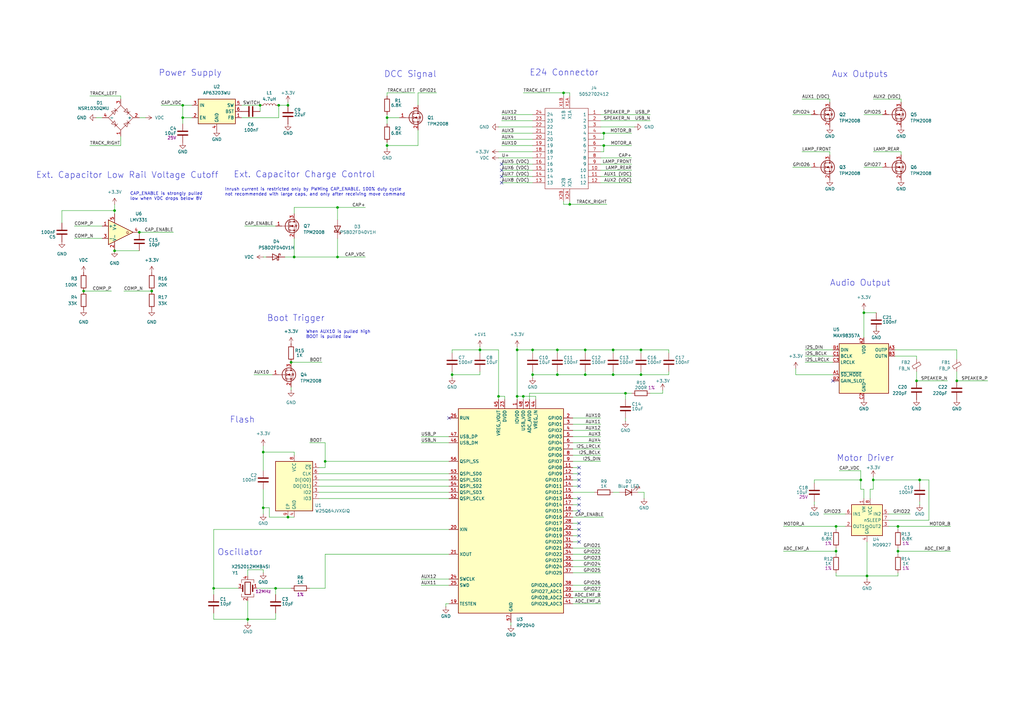
<source format=kicad_sch>
(kicad_sch (version 20231120) (generator "eeschema") (generator_version "8.0")
  (paper "A3")
  (junction (at 355.6 236.22))
  (junction (at 118.11 43.18))
  (junction (at 212.09 143.51))
  (junction (at 118.11 212.09))
  (junction (at 113.03 241.3))
  (junction (at 247.65 59.69))
  (junction (at 212.09 162.56))
  (junction (at 62.23 119.38))
  (junction (at 368.3 226.06))
  (junction (at 196.85 143.51))
  (junction (at 358.14 196.85))
  (junction (at 101.6 254))
  (junction (at 133.35 189.23))
  (junction (at 106.68 43.18))
  (junction (at 107.95 185.42))
  (junction (at 377.19 196.85))
  (junction (at 204.47 162.56))
  (junction (at 158.75 59.69))
  (junction (at 214.63 162.56))
  (junction (at 34.29 119.38))
  (junction (at 74.93 48.26))
  (junction (at 138.43 85.09))
  (junction (at 256.54 161.29))
  (junction (at 138.43 105.41))
  (junction (at 46.99 102.87))
  (junction (at 354.33 128.27))
  (junction (at 231.14 38.1))
  (junction (at 247.65 54.61))
  (junction (at 368.3 215.9))
  (junction (at 262.89 153.67))
  (junction (at 218.44 143.51))
  (junction (at 46.99 86.36))
  (junction (at 353.06 196.85))
  (junction (at 74.93 43.18))
  (junction (at 375.92 156.21))
  (junction (at 57.15 95.25))
  (junction (at 114.3 43.18))
  (junction (at 262.89 143.51))
  (junction (at 228.6 153.67))
  (junction (at 251.46 153.67))
  (junction (at 240.03 153.67))
  (junction (at 240.03 143.51))
  (junction (at 228.6 143.51))
  (junction (at 251.46 143.51))
  (junction (at 342.9 215.9))
  (junction (at 218.44 153.67))
  (junction (at 87.63 241.3))
  (junction (at 158.75 48.26))
  (junction (at 119.38 148.59))
  (junction (at 392.43 156.21))
  (junction (at 342.9 226.06))
  (junction (at 233.68 83.82))
  (junction (at 185.42 153.67))
  (junction (at 107.95 208.28))
  (junction (at 120.65 105.41))
  (no_connect (at 237.49 207.01))
  (no_connect (at 205.74 67.31))
  (no_connect (at 341.63 156.21))
  (no_connect (at 237.49 217.17))
  (no_connect (at 237.49 196.85))
  (no_connect (at 237.49 204.47))
  (no_connect (at 205.74 69.85))
  (no_connect (at 237.49 199.39))
  (no_connect (at 205.74 72.39))
  (no_connect (at 184.15 171.45))
  (no_connect (at 205.74 74.93))
  (no_connect (at 237.49 191.77))
  (no_connect (at 237.49 222.25))
  (no_connect (at 237.49 194.31))
  (no_connect (at 237.49 219.71))
  (no_connect (at 237.49 214.63))
  (no_connect (at 237.49 209.55))
  (wire (pts (xy 46.99 102.87) (xy 57.15 102.87)))
  (wire (pts (xy 234.95 227.33) (xy 246.38 227.33)))
  (wire (pts (xy 34.29 119.38) (xy 45.72 119.38)))
  (wire (pts (xy 138.43 85.09) (xy 149.86 85.09)))
  (wire (pts (xy 233.68 82.55) (xy 233.68 83.82)))
  (wire (pts (xy 107.95 182.88) (xy 107.95 185.42)))
  (wire (pts (xy 259.08 67.31) (xy 246.38 67.31)))
  (wire (pts (xy 87.63 217.17) (xy 184.15 217.17)))
  (wire (pts (xy 392.43 152.4) (xy 392.43 156.21)))
  (wire (pts (xy 234.95 207.01) (xy 237.49 207.01)))
  (wire (pts (xy 214.63 38.1) (xy 231.14 38.1)))
  (wire (pts (xy 368.3 217.17) (xy 368.3 215.9)))
  (wire (pts (xy 99.06 48.26) (xy 114.3 48.26)))
  (wire (pts (xy 246.38 62.23) (xy 247.65 62.23)))
  (wire (pts (xy 212.09 143.51) (xy 212.09 162.56)))
  (wire (pts (xy 375.92 146.05) (xy 367.03 146.05)))
  (wire (pts (xy 133.35 189.23) (xy 184.15 189.23)))
  (wire (pts (xy 99.06 43.18) (xy 106.68 43.18)))
  (wire (pts (xy 182.88 247.65) (xy 184.15 247.65)))
  (wire (pts (xy 256.54 171.45) (xy 256.54 172.72)))
  (wire (pts (xy 334.01 205.74) (xy 334.01 207.01)))
  (wire (pts (xy 207.01 162.56) (xy 207.01 163.83)))
  (wire (pts (xy 375.92 152.4) (xy 375.92 156.21)))
  (wire (pts (xy 246.38 57.15) (xy 247.65 57.15)))
  (wire (pts (xy 120.65 185.42) (xy 120.65 186.69)))
  (wire (pts (xy 261.62 201.93) (xy 264.16 201.93)))
  (wire (pts (xy 118.11 212.09) (xy 110.49 212.09)))
  (wire (pts (xy 358.14 40.64) (xy 369.57 40.64)))
  (wire (pts (xy 218.44 143.51) (xy 228.6 143.51)))
  (wire (pts (xy 234.95 232.41) (xy 246.38 232.41)))
  (wire (pts (xy 355.6 236.22) (xy 368.3 236.22)))
  (wire (pts (xy 358.14 195.58) (xy 358.14 196.85)))
  (wire (pts (xy 185.42 143.51) (xy 185.42 144.78)))
  (wire (pts (xy 234.95 173.99) (xy 246.38 173.99)))
  (wire (pts (xy 133.35 181.61) (xy 133.35 189.23)))
  (wire (pts (xy 256.54 161.29) (xy 259.08 161.29)))
  (wire (pts (xy 354.33 127) (xy 354.33 128.27)))
  (wire (pts (xy 66.04 43.18) (xy 74.93 43.18)))
  (wire (pts (xy 266.7 161.29) (xy 271.78 161.29)))
  (wire (pts (xy 205.74 74.93) (xy 218.44 74.93)))
  (wire (pts (xy 158.75 46.99) (xy 158.75 48.26)))
  (wire (pts (xy 171.45 53.34) (xy 171.45 59.69)))
  (wire (pts (xy 107.95 185.42) (xy 120.65 185.42)))
  (wire (pts (xy 234.95 181.61) (xy 246.38 181.61)))
  (wire (pts (xy 247.65 59.69) (xy 246.38 59.69)))
  (wire (pts (xy 369.57 62.23) (xy 369.57 63.5)))
  (wire (pts (xy 120.65 105.41) (xy 120.65 97.79)))
  (wire (pts (xy 104.14 153.67) (xy 111.76 153.67)))
  (wire (pts (xy 274.32 153.67) (xy 274.32 152.4)))
  (wire (pts (xy 100.33 92.71) (xy 113.03 92.71)))
  (wire (pts (xy 133.35 227.33) (xy 133.35 241.3)))
  (wire (pts (xy 251.46 143.51) (xy 262.89 143.51)))
  (wire (pts (xy 342.9 215.9) (xy 321.31 215.9)))
  (wire (pts (xy 346.71 215.9) (xy 342.9 215.9)))
  (wire (pts (xy 262.89 152.4) (xy 262.89 153.67)))
  (wire (pts (xy 204.47 162.56) (xy 207.01 162.56)))
  (wire (pts (xy 234.95 229.87) (xy 246.38 229.87)))
  (wire (pts (xy 87.63 241.3) (xy 97.79 241.3)))
  (wire (pts (xy 240.03 152.4) (xy 240.03 153.67)))
  (wire (pts (xy 196.85 143.51) (xy 196.85 144.78)))
  (wire (pts (xy 368.3 215.9) (xy 364.49 215.9)))
  (wire (pts (xy 228.6 153.67) (xy 240.03 153.67)))
  (wire (pts (xy 196.85 143.51) (xy 204.47 143.51)))
  (wire (pts (xy 57.15 48.26) (xy 59.69 48.26)))
  (wire (pts (xy 158.75 38.1) (xy 158.75 39.37)))
  (wire (pts (xy 326.39 153.67) (xy 326.39 151.13)))
  (wire (pts (xy 356.87 204.47) (xy 356.87 200.66)))
  (wire (pts (xy 130.81 204.47) (xy 184.15 204.47)))
  (wire (pts (xy 342.9 234.95) (xy 342.9 236.22)))
  (wire (pts (xy 368.3 226.06) (xy 368.3 227.33)))
  (wire (pts (xy 240.03 143.51) (xy 251.46 143.51)))
  (wire (pts (xy 392.43 147.32) (xy 392.43 143.51)))
  (wire (pts (xy 271.78 160.02) (xy 271.78 161.29)))
  (wire (pts (xy 116.84 105.41) (xy 120.65 105.41)))
  (wire (pts (xy 377.19 196.85) (xy 381 196.85)))
  (wire (pts (xy 87.63 251.46) (xy 87.63 254)))
  (wire (pts (xy 234.95 171.45) (xy 246.38 171.45)))
  (wire (pts (xy 247.65 62.23) (xy 247.65 59.69)))
  (wire (pts (xy 46.99 86.36) (xy 46.99 87.63)))
  (wire (pts (xy 113.03 241.3) (xy 113.03 243.84)))
  (wire (pts (xy 185.42 154.94) (xy 185.42 153.67)))
  (wire (pts (xy 107.95 208.28) (xy 107.95 210.82)))
  (wire (pts (xy 218.44 154.94) (xy 218.44 153.67)))
  (wire (pts (xy 218.44 49.53) (xy 205.74 49.53)))
  (wire (pts (xy 266.7 49.53) (xy 246.38 49.53)))
  (wire (pts (xy 344.17 193.04) (xy 353.06 193.04)))
  (wire (pts (xy 354.33 128.27) (xy 359.41 128.27)))
  (wire (pts (xy 246.38 46.99) (xy 266.7 46.99)))
  (wire (pts (xy 354.33 46.99) (xy 361.95 46.99)))
  (wire (pts (xy 340.36 40.64) (xy 340.36 41.91)))
  (wire (pts (xy 234.95 186.69) (xy 246.38 186.69)))
  (wire (pts (xy 354.33 204.47) (xy 354.33 200.66)))
  (wire (pts (xy 234.95 184.15) (xy 246.38 184.15)))
  (wire (pts (xy 217.17 161.29) (xy 256.54 161.29)))
  (wire (pts (xy 196.85 152.4) (xy 196.85 153.67)))
  (wire (pts (xy 218.44 57.15) (xy 205.74 57.15)))
  (wire (pts (xy 101.6 233.68) (xy 101.6 236.22)))
  (wire (pts (xy 234.95 222.25) (xy 237.49 222.25)))
  (wire (pts (xy 251.46 152.4) (xy 251.46 153.67)))
  (wire (pts (xy 359.41 135.89) (xy 359.41 134.62)))
  (wire (pts (xy 262.89 153.67) (xy 274.32 153.67)))
  (wire (pts (xy 234.95 191.77) (xy 237.49 191.77)))
  (wire (pts (xy 130.81 199.39) (xy 184.15 199.39)))
  (wire (pts (xy 321.31 226.06) (xy 342.9 226.06)))
  (wire (pts (xy 110.49 212.09) (xy 110.49 208.28)))
  (wire (pts (xy 127 241.3) (xy 133.35 241.3)))
  (wire (pts (xy 209.55 255.27) (xy 209.55 256.54)))
  (wire (pts (xy 204.47 163.83) (xy 204.47 162.56)))
  (wire (pts (xy 120.65 212.09) (xy 118.11 212.09)))
  (wire (pts (xy 196.85 153.67) (xy 185.42 153.67)))
  (wire (pts (xy 392.43 143.51) (xy 367.03 143.51)))
  (wire (pts (xy 328.93 40.64) (xy 340.36 40.64)))
  (wire (pts (xy 120.65 105.41) (xy 138.43 105.41)))
  (wire (pts (xy 355.6 222.25) (xy 355.6 236.22)))
  (wire (pts (xy 204.47 64.77) (xy 218.44 64.77)))
  (wire (pts (xy 36.83 59.69) (xy 49.53 59.69)))
  (wire (pts (xy 158.75 58.42) (xy 158.75 59.69)))
  (wire (pts (xy 119.38 148.59) (xy 132.08 148.59)))
  (wire (pts (xy 113.03 251.46) (xy 113.03 254)))
  (wire (pts (xy 120.65 85.09) (xy 138.43 85.09)))
  (wire (pts (xy 240.03 143.51) (xy 240.03 144.78)))
  (wire (pts (xy 107.95 233.68) (xy 107.95 234.95)))
  (wire (pts (xy 182.88 247.65) (xy 182.88 248.92)))
  (wire (pts (xy 353.06 196.85) (xy 353.06 200.66)))
  (wire (pts (xy 101.6 254) (xy 101.6 255.27)))
  (wire (pts (xy 212.09 142.24) (xy 212.09 143.51)))
  (wire (pts (xy 218.44 69.85) (xy 205.74 69.85)))
  (wire (pts (xy 358.14 196.85) (xy 358.14 200.66)))
  (wire (pts (xy 171.45 38.1) (xy 179.07 38.1)))
  (wire (pts (xy 325.12 68.58) (xy 332.74 68.58)))
  (wire (pts (xy 130.81 194.31) (xy 184.15 194.31)))
  (wire (pts (xy 138.43 105.41) (xy 149.86 105.41)))
  (wire (pts (xy 212.09 163.83) (xy 212.09 162.56)))
  (wire (pts (xy 234.95 224.79) (xy 246.38 224.79)))
  (wire (pts (xy 369.57 40.64) (xy 369.57 41.91)))
  (wire (pts (xy 274.32 143.51) (xy 274.32 144.78)))
  (wire (pts (xy 330.2 148.59) (xy 341.63 148.59)))
  (wire (pts (xy 87.63 241.3) (xy 87.63 243.84)))
  (wire (pts (xy 214.63 162.56) (xy 219.71 162.56)))
  (wire (pts (xy 340.36 62.23) (xy 340.36 63.5)))
  (wire (pts (xy 328.93 62.23) (xy 340.36 62.23)))
  (wire (pts (xy 218.44 54.61) (xy 205.74 54.61)))
  (wire (pts (xy 57.15 95.25) (xy 71.12 95.25)))
  (wire (pts (xy 228.6 143.51) (xy 228.6 144.78)))
  (wire (pts (xy 119.38 158.75) (xy 119.38 160.02)))
  (wire (pts (xy 107.95 185.42) (xy 107.95 193.04)))
  (wire (pts (xy 375.92 147.32) (xy 375.92 146.05)))
  (wire (pts (xy 234.95 201.93) (xy 243.84 201.93)))
  (wire (pts (xy 172.72 240.03) (xy 184.15 240.03)))
  (wire (pts (xy 364.49 210.82) (xy 373.38 210.82)))
  (wire (pts (xy 130.81 201.93) (xy 184.15 201.93)))
  (wire (pts (xy 233.68 83.82) (xy 248.92 83.82)))
  (wire (pts (xy 231.14 82.55) (xy 231.14 83.82)))
  (wire (pts (xy 325.12 46.99) (xy 332.74 46.99)))
  (wire (pts (xy 46.99 83.82) (xy 46.99 86.36)))
  (wire (pts (xy 251.46 143.51) (xy 251.46 144.78)))
  (wire (pts (xy 259.08 74.93) (xy 246.38 74.93)))
  (wire (pts (xy 130.81 191.77) (xy 133.35 191.77)))
  (wire (pts (xy 114.3 43.18) (xy 114.3 48.26)))
  (wire (pts (xy 158.75 48.26) (xy 158.75 50.8)))
  (wire (pts (xy 234.95 196.85) (xy 237.49 196.85)))
  (wire (pts (xy 234.95 214.63) (xy 237.49 214.63)))
  (wire (pts (xy 196.85 143.51) (xy 196.85 142.24)))
  (wire (pts (xy 389.89 215.9) (xy 368.3 215.9)))
  (wire (pts (xy 158.75 59.69) (xy 171.45 59.69)))
  (wire (pts (xy 231.14 83.82) (xy 233.68 83.82)))
  (wire (pts (xy 234.95 204.47) (xy 237.49 204.47)))
  (wire (pts (xy 49.53 55.88) (xy 49.53 59.69)))
  (wire (pts (xy 234.95 234.95) (xy 246.38 234.95)))
  (wire (pts (xy 171.45 38.1) (xy 171.45 43.18)))
  (wire (pts (xy 259.08 69.85) (xy 246.38 69.85)))
  (wire (pts (xy 375.92 156.21) (xy 388.62 156.21)))
  (wire (pts (xy 353.06 193.04) (xy 353.06 196.85)))
  (wire (pts (xy 234.95 176.53) (xy 246.38 176.53)))
  (wire (pts (xy 158.75 48.26) (xy 163.83 48.26)))
  (wire (pts (xy 87.63 217.17) (xy 87.63 241.3)))
  (wire (pts (xy 218.44 59.69) (xy 205.74 59.69)))
  (wire (pts (xy 218.44 153.67) (xy 228.6 153.67)))
  (wire (pts (xy 74.93 43.18) (xy 78.74 43.18)))
  (wire (pts (xy 30.48 97.79) (xy 41.91 97.79)))
  (wire (pts (xy 170.18 38.1) (xy 158.75 38.1)))
  (wire (pts (xy 218.44 144.78) (xy 218.44 143.51)))
  (wire (pts (xy 184.15 227.33) (xy 133.35 227.33)))
  (wire (pts (xy 172.72 237.49) (xy 184.15 237.49)))
  (wire (pts (xy 120.65 85.09) (xy 120.65 87.63)))
  (wire (pts (xy 218.44 46.99) (xy 205.74 46.99)))
  (wire (pts (xy 233.68 39.37) (xy 233.68 38.1)))
  (wire (pts (xy 74.93 50.8) (xy 74.93 48.26)))
  (wire (pts (xy 368.3 226.06) (xy 368.3 224.79)))
  (wire (pts (xy 377.19 196.85) (xy 358.14 196.85)))
  (wire (pts (xy 354.33 128.27) (xy 354.33 138.43)))
  (wire (pts (xy 247.65 54.61) (xy 246.38 54.61)))
  (wire (pts (xy 46.99 86.36) (xy 25.4 86.36)))
  (wire (pts (xy 334.01 196.85) (xy 353.06 196.85)))
  (wire (pts (xy 234.95 247.65) (xy 246.38 247.65)))
  (wire (pts (xy 240.03 153.67) (xy 251.46 153.67)))
  (wire (pts (xy 364.49 213.36) (xy 381 213.36)))
  (wire (pts (xy 185.42 153.67) (xy 185.42 152.4)))
  (wire (pts (xy 138.43 90.17) (xy 138.43 85.09)))
  (wire (pts (xy 172.72 179.07) (xy 184.15 179.07)))
  (wire (pts (xy 234.95 242.57) (xy 246.38 242.57)))
  (wire (pts (xy 256.54 161.29) (xy 256.54 163.83)))
  (wire (pts (xy 251.46 153.67) (xy 262.89 153.67)))
  (wire (pts (xy 49.53 39.37) (xy 49.53 40.64)))
  (wire (pts (xy 234.95 240.03) (xy 246.38 240.03)))
  (wire (pts (xy 107.95 105.41) (xy 109.22 105.41)))
  (wire (pts (xy 368.3 226.06) (xy 389.89 226.06)))
  (wire (pts (xy 101.6 246.38) (xy 101.6 254)))
  (wire (pts (xy 259.08 72.39) (xy 246.38 72.39)))
  (wire (pts (xy 247.65 57.15) (xy 247.65 54.61)))
  (wire (pts (xy 231.14 39.37) (xy 231.14 38.1)))
  (wire (pts (xy 101.6 254) (xy 113.03 254)))
  (wire (pts (xy 381 213.36) (xy 381 196.85)))
  (wire (pts (xy 204.47 62.23) (xy 218.44 62.23)))
  (wire (pts (xy 262.89 143.51) (xy 262.89 144.78)))
  (wire (pts (xy 342.9 217.17) (xy 342.9 215.9)))
  (wire (pts (xy 264.16 201.93) (xy 264.16 204.47)))
  (wire (pts (xy 342.9 227.33) (xy 342.9 226.06)))
  (wire (pts (xy 106.68 43.18) (xy 106.68 45.72)))
  (wire (pts (xy 228.6 152.4) (xy 228.6 153.67)))
  (wire (pts (xy 185.42 143.51) (xy 196.85 143.51)))
  (wire (pts (xy 217.17 163.83) (xy 217.17 161.29)))
  (wire (pts (xy 105.41 241.3) (xy 113.03 241.3)))
  (wire (pts (xy 358.14 62.23) (xy 369.57 62.23)))
  (wire (pts (xy 234.95 209.55) (xy 237.49 209.55)))
  (wire (pts (xy 377.19 205.74) (xy 377.19 207.01)))
  (wire (pts (xy 218.44 67.31) (xy 205.74 67.31)))
  (wire (pts (xy 114.3 43.18) (xy 118.11 43.18)))
  (wire (pts (xy 234.95 212.09) (xy 247.65 212.09)))
  (wire (pts (xy 234.95 217.17) (xy 237.49 217.17)))
  (wire (pts (xy 214.63 162.56) (xy 214.63 163.83)))
  (wire (pts (xy 101.6 233.68) (xy 107.95 233.68)))
  (wire (pts (xy 204.47 52.07) (xy 218.44 52.07)))
  (wire (pts (xy 107.95 200.66) (xy 107.95 208.28)))
  (wire (pts (xy 231.14 38.1) (xy 233.68 38.1)))
  (wire (pts (xy 259.08 54.61) (xy 247.65 54.61)))
  (wire (pts (xy 127 181.61) (xy 133.35 181.61)))
  (wire (pts (xy 356.87 200.66) (xy 358.14 200.66)))
  (wire (pts (xy 330.2 146.05) (xy 341.63 146.05)))
  (wire (pts (xy 254 201.93) (xy 251.46 201.93)))
  (wire (pts (xy 337.82 210.82) (xy 346.71 210.82)))
  (wire (pts (xy 234.95 245.11) (xy 246.38 245.11)))
  (wire (pts (xy 113.03 241.3) (xy 119.38 241.3)))
  (wire (pts (xy 130.81 196.85) (xy 184.15 196.85)))
  (wire (pts (xy 334.01 198.12) (xy 334.01 196.85)))
  (wire (pts (xy 228.6 143.51) (xy 240.03 143.51)))
  (wire (pts (xy 212.09 162.56) (xy 214.63 162.56)))
  (wire (pts (xy 342.9 226.06) (xy 342.9 224.79)))
  (wire (pts (xy 36.83 39.37) (xy 49.53 39.37)))
  (wire (pts (xy 87.63 254) (xy 101.6 254)))
  (wire (pts (xy 355.6 236.22) (xy 342.9 236.22)))
  (wire (pts (xy 30.48 92.71) (xy 41.91 92.71)))
  (wire (pts (xy 74.93 48.26) (xy 78.74 48.26)))
  (wire (pts (xy 377.19 198.12) (xy 377.19 196.85)))
  (wire (pts (xy 234.95 179.07) (xy 246.38 179.07)))
  (wire (pts (xy 330.2 143.51) (xy 341.63 143.51)))
  (wire (pts (xy 262.89 143.51) (xy 274.32 143.51)))
  (wire (pts (xy 205.74 72.39) (xy 218.44 72.39)))
  (wire (pts (xy 259.08 64.77) (xy 246.38 64.77)))
  (wire (pts (xy 39.37 48.26) (xy 41.91 48.26)))
  (wire (pts (xy 368.3 234.95) (xy 368.3 236.22)))
  (wire (pts (xy 260.35 52.07) (xy 246.38 52.07)))
  (wire (pts (xy 62.23 119.38) (xy 50.8 119.38)))
  (wire (pts (xy 138.43 97.79) (xy 138.43 105.41)))
  (wire (pts (xy 341.63 153.67) (xy 326.39 153.67)))
  (wire (pts (xy 118.11 41.91) (xy 118.11 43.18)))
  (wire (pts (xy 25.4 86.36) (xy 25.4 91.44)))
  (wire (pts (xy 234.95 194.31) (xy 237.49 194.31)))
  (wire (pts (xy 74.93 43.18) (xy 74.93 48.26)))
  (wire (pts (xy 158.75 60.96) (xy 158.75 59.69)))
  (wire (pts (xy 133.35 189.23) (xy 133.35 191.77)))
  (wire (pts (xy 204.47 143.51) (xy 204.47 162.56)))
  (wire (pts (xy 234.95 219.71) (xy 237.49 219.71)))
  (wire (pts (xy 354.33 200.66) (xy 353.06 200.66)))
  (wire (pts (xy 172.72 181.61) (xy 184.15 181.61)))
  (wire (pts (xy 354.33 68.58) (xy 361.95 68.58)))
  (wire (pts (xy 234.95 199.39) (xy 237.49 199.39)))
  (wire (pts (xy 218.44 143.51) (xy 212.09 143.51)))
  (wire (pts (xy 218.44 153.67) (xy 218.44 152.4)))
  (wire (pts (xy 392.43 156.21) (xy 405.13 156.21)))
  (wire (pts (xy 107.95 208.28) (xy 110.49 208.28)))
  (wire (pts (xy 219.71 163.83) (xy 219.71 162.56)))
  (wire (pts (xy 355.6 236.22) (xy 355.6 237.49)))
  (wire (pts (xy 259.08 59.69) (xy 247.65 59.69)))
  (wire (pts (xy 234.95 189.23) (xy 246.38 189.23)))
  (text "Inrush current is restricted only by PWMing CAP_ENABLE. 100% duty cycle\nnot recommended with large caps, and only after receiving move command" (at 92.202 80.518 0) (effects (font (size 1.27 1.27)) (justify left bottom)))
  (text "Boot Trigger" (at 109.474 132.08 0) (effects (font (size 2.54 2.54)) (justify left bottom)))
  (text "CAP_ENABLE is strongly pulled\nlow when VDC drops below 8V" (at 53.34 82.296 0) (effects (font (size 1.27 1.27)) (justify left bottom)))
  (text "Aux Outputs" (at 341.122 32.004 0) (effects (font (size 2.54 2.54)) (justify left bottom)))
  (text "Motor Driver" (at 343.154 189.484 0) (effects (font (size 2.54 2.54)) (justify left bottom)))
  (text "Oscillator" (at 89.154 228.092 0) (effects (font (size 2.54 2.54)) (justify left bottom)))
  (text "Power Supply" (at 65.024 31.496 0) (effects (font (size 2.54 2.54)) (justify left bottom)))
  (text "Flash" (at 94.234 173.736 0) (effects (font (size 2.54 2.54)) (justify left bottom)))
  (text "Ext. Capacitor Low Rail Voltage Cutoff" (at 14.732 73.406 0) (effects (font (size 2.54 2.54)) (justify left bottom)))
  (text "Ext. Capacitor Charge Control" (at 95.758 73.152 0) (effects (font (size 2.54 2.54)) (justify left bottom)))
  (text "Audio Output" (at 340.36 117.602 0) (effects (font (size 2.54 2.54)) (justify left bottom)))
  (text "E24 Connector" (at 217.17 31.369 0) (effects (font (size 2.54 2.54)) (justify left bottom)))
  (text "When AUX10 is pulled high\nBOOT is pulled low" (at 125.476 138.938 0) (effects (font (size 1.27 1.27)) (justify left bottom)))
  (text "DCC Signal" (at 157.48 32.004 0) (effects (font (size 2.54 2.54)) (justify left bottom)))
  (label "AUX6 (VDC)" (at 205.74 69.85 0))
  (label "GPIO27" (at 354.33 68.58 0))
  (label "TRACK_RIGHT" (at 248.92 83.82 180))
  (label "LAMP_REAR" (at 358.14 62.23 0))
  (label "TRACK_RIGHT" (at 36.83 59.69 0))
  (label "CAP+" (at 259.08 64.77 180))
  (label "AUX4" (at 205.74 57.15 0))
  (label "TRACK_LEFT" (at 170.18 38.1 180))
  (label "ADC_EMF_A" (at 321.31 226.06 0))
  (label "GPIO24" (at 325.12 46.99 0))
  (label "AUX1 (VDC)" (at 328.93 40.64 0))
  (label "I2S_BCLK" (at 246.38 186.69 180))
  (label "SPEAKER_P" (at 258.445 46.99 180))
  (label "LAMP_FRONT" (at 259.08 67.31 180))
  (label "CAP_VDC" (at 149.86 105.41 180))
  (label "AUX10" (at 246.38 171.45 180))
  (label "TRACK_LEFT" (at 214.63 38.1 0))
  (label "BOOT" (at 127 181.61 0))
  (label "USB_N" (at 266.7 49.53 180))
  (label "AUX4" (at 246.38 181.61 180))
  (label "COMP_N" (at 50.8 119.38 0))
  (label "AUX10" (at 104.14 153.67 0))
  (label "GPIO21" (at 246.38 224.79 180))
  (label "AUX2 (VDC)" (at 259.08 74.93 180))
  (label "BOOT" (at 132.08 148.59 180))
  (label "SPEAKER_P" (at 405.13 156.21 180))
  (label "I2S_DIN" (at 246.38 189.23 180))
  (label "LAMP_REAR" (at 259.08 69.85 180))
  (label "MOTOR_B" (at 259.08 54.61 180))
  (label "USB_P" (at 172.72 179.07 0))
  (label "GPIO25" (at 246.38 234.95 180))
  (label "SPEAKER_N" (at 388.62 156.21 180))
  (label "AUX3" (at 246.38 179.07 180))
  (label "AUX10" (at 205.74 59.69 0))
  (label "GPIO22" (at 373.38 210.82 180))
  (label "I2S_LRCLK" (at 246.38 184.15 180))
  (label "AUX12" (at 205.74 46.99 0))
  (label "ADC_EMF_B" (at 389.89 226.06 180))
  (label "LAMP_FRONT" (at 328.93 62.23 0))
  (label "GPIO27" (at 246.38 242.57 180))
  (label "I2S_DIN" (at 330.2 143.51 0))
  (label "AUX12" (at 172.72 237.49 0))
  (label "SPEAKER_N" (at 258.445 49.53 180))
  (label "MOTOR_A" (at 259.08 59.69 180))
  (label "MOTOR_B" (at 389.89 215.9 180))
  (label "U+" (at 205.74 64.77 0))
  (label "AUX8 (VDC)" (at 205.74 74.93 0))
  (label "AUX2 (VDC)" (at 358.14 40.64 0))
  (label "COMP_P" (at 30.48 92.71 0))
  (label "CAP_VDC" (at 66.04 43.18 0))
  (label "COMP_P" (at 45.72 119.38 180))
  (label "GPIO24" (at 246.38 232.41 180))
  (label "AUX7 (VDC)" (at 205.74 72.39 0))
  (label "CAP+" (at 149.86 85.09 180))
  (label "GPIO21" (at 179.07 38.1 180))
  (label "CAP_ENABLE" (at 247.65 212.09 180))
  (label "GPIO26" (at 325.12 68.58 0))
  (label "GPIO26" (at 246.38 240.03 180))
  (label "AUX1 (VDC)" (at 259.08 72.39 180))
  (label "GPIO25" (at 354.33 46.99 0))
  (label "CAP_VDC" (at 344.17 193.04 0))
  (label "USB_N" (at 172.72 181.61 0))
  (label "I2S_BCLK" (at 330.2 146.05 0))
  (label "SWITCH" (at 106.68 43.18 180))
  (label "GPIO23" (at 337.82 210.82 0))
  (label "COMP_N" (at 30.48 97.79 0))
  (label "MOTOR_A" (at 321.31 215.9 0))
  (label "GPIO23" (at 246.38 229.87 180))
  (label "USB_P" (at 266.7 46.99 180))
  (label "CAP_ENABLE" (at 100.33 92.71 0))
  (label "ADC_EMF_A" (at 246.38 247.65 180))
  (label "AUX3" (at 205.74 54.61 0))
  (label "AUX5 (VDC)" (at 205.74 67.31 0))
  (label "ADC_EMF_B" (at 246.38 245.11 180))
  (label "GPIO22" (at 246.38 227.33 180))
  (label "AUX12" (at 246.38 176.53 180))
  (label "AUX11" (at 172.72 240.03 0))
  (label "I2S_LRCLK" (at 330.2 148.59 0))
  (label "CAP_ENABLE" (at 71.12 95.25 180))
  (label "TRACK_LEFT" (at 36.83 39.37 0))
  (label "AUX11" (at 205.74 49.53 0))
  (label "AUX11" (at 246.38 173.99 180))
  (symbol (lib_name "GND_1") (lib_id "power:GND") (at 392.43 163.83 0) (unit 1)
    (property "Reference" "#PWR035" (effects (hide yes)))
    (property "Value" "GND" (at 392.43 167.64 0))
    (property "Description" "Power symbol creates a global label with name \"GND\" , ground" (effects (hide yes)))
  )
  (symbol (lib_name "GND_1") (lib_id "power:GND") (at 256.54 172.72 0) (unit 1)
    (property "Reference" "#PWR020" (effects (hide yes)))
    (property "Value" "GND" (at 256.54 176.53 0))
    (property "Description" "Power symbol creates a global label with name \"GND\" , ground" (effects (hide yes)))
  )
  (symbol (lib_id "Local Symbol Library:MAX98357A-WLP") (at 354.33 151.13 0) (unit 1)
    (property "Reference" "U5" (at 341.63 135.128 0) (effects (justify left)))
    (property "Value" "MAX98357A" (at 341.63 137.668 0) (effects (justify left)))
    (property "Footprint" "Package_BGA:Maxim_WLP-9_1.595x1.415_Layout3x3_P0.4mm_Ball0.27mm_Pad0.25mm_NSMD" (effects (hide yes)))
    (property "Datasheet" "https://www.analog.com/media/en/technical-documentation/data-sheets/MAX98357A-MAX98357B.pdf" (effects (hide yes)))
    (property "Description" "Mono DAC with amplifier, I2S, PCM, TDM, 32-bit, 96khz, 3.2W, WLP-9" (effects (hide yes)))
    (property "LCSC" "C2682619" (effects (hide yes)))
    (property "JLCPCB_CORRECTION" "0;0;0" (effects (hide yes)))
  )
  (symbol (lib_id "Device:R") (at 34.29 123.19 0) (unit 1)
    (property "Reference" "R4" (at 31.75 121.9199 0) (effects (justify right)))
    (property "Value" "33K" (at 31.75 124.4599 0) (effects (justify right)))
    (property "Footprint" "Resistor_SMD:R_0201_0603Metric" (effects (hide yes)))
    (property "Description" "Resistor" (effects (hide yes)))
    (property "LCSC" "C473534" (effects (hide yes)))
  )
  (symbol (lib_id "power:GND") (at 39.37 48.26 270) (unit 1)
    (property "Reference" "#PWR01" (effects (hide yes)))
    (property "Value" "GND" (at 35.56 48.2599 90) (effects (justify right)))
    (property "Description" "Power symbol creates a global label with name \"GND\" , ground" (effects (hide yes)))
  )
  (symbol (lib_id "Device:C") (at 57.15 99.06 0) (unit 1)
    (property "Reference" "C15" (at 60.96 98.425 0) (effects (justify left)))
    (property "Value" "10pF" (at 60.96 100.33 0) (effects (justify left)))
    (property "Footprint" "Capacitor_SMD:C_0201_0603Metric" (effects (hide yes)))
    (property "Voltage" "25V" (effects (hide yes)))
    (property "LCSC" "C384956" (effects (hide yes)))
  )
  (symbol (lib_id "Device:C") (at 102.87 45.72 90) (mirror x) (unit 1)
    (property "Reference" "C6" (at 102.87 51.054 90))
    (property "Value" "100nF" (at 103.124 53.34 90))
    (property "Footprint" "Capacitor_SMD:C_0201_0603Metric" (effects (hide yes)))
    (property "Description" "Unpolarized capacitor" (effects (hide yes)))
    (property "LCSC" "C49062" (effects (hide yes)))
  )
  (symbol (lib_name "GND_1") (lib_id "power:GND") (at 359.41 134.62 0) (unit 1)
    (property "Reference" "#PWR041" (effects (hide yes)))
    (property "Value" "GND" (at 359.41 138.43 0))
    (property "Description" "Power symbol creates a global label with name \"GND\" , ground" (effects (hide yes)))
  )
  (symbol (lib_id "Device:R") (at 342.9 220.98 180) (unit 1)
    (property "Reference" "R11" (at 339.725 219.075 0))
    (property "Value" "6.8K" (at 339.09 220.98 0))
    (property "Footprint" "Resistor_SMD:R_0201_0603Metric" (effects (hide yes)))
    (property "Tolerance" "1%" (at 339.725 222.885 0))
    (property "LCSC" "C423451" (effects (hide yes)))
  )
  (symbol (lib_id "Regulator_Switching:AP63203WU") (at 88.9 45.72 0) (unit 1)
    (property "Reference" "U2" (at 88.9 35.56 0))
    (property "Value" "AP63203WU" (at 88.9 38.1 0))
    (property "Footprint" "Package_TO_SOT_SMD:TSOT-23-6" (effects (hide yes)))
    (property "Datasheet" "https://www.diodes.com/assets/Datasheets/AP63200-AP63201-AP63203-AP63205.pdf" (effects (hide yes)))
    (property "Description" "2A, 1.1MHz Buck DC/DC Converter, fixed 3.3V output voltage, TSOT-23-6" (effects (hide yes)))
    (property "LCSC" "C780769" (effects (hide yes)))
    (property "JLCPCB_CORRECTION" "0;0;-90" (effects (hide yes)))
  )
  (symbol (lib_id "power:GND") (at 260.35 52.07 90) (unit 1)
    (property "Reference" "#PWR019" (effects (hide yes)))
    (property "Value" "GND" (at 264.16 52.0699 90) (effects (justify right)))
    (property "Description" "Power symbol creates a global label with name \"GND\" , ground" (effects (hide yes)))
  )
  (symbol (lib_id "Transistor_FET:2N7002") (at 116.84 153.67 0) (unit 1)
    (property "Reference" "Q4" (at 123.19 153.67 0) (effects (justify left)))
    (property "Value" "TPM2008" (at 123.19 156.21 0) (effects (justify left)))
    (property "Footprint" "Local Library:Diodes_DFN1006-3" (effects (hide yes)))
    (property "Datasheet" "https://www.lcsc.com/datasheet/lcsc_datasheet_2105241942_TECH-PUBLIC-TPM2008EP3-A_C2827633.pdf" (effects (hide yes)))
    (property "LCSC" "C2827633" (effects (hide yes)))
    (property "JLCPCB_CORRECTION" "0;0;-90" (effects (hide yes)))
  )
  (symbol (lib_id "power:VDC") (at 204.47 64.77 90) (unit 1)
    (property "Reference" "#PWR037" (effects (hide yes)))
    (property "Value" "VDC" (at 200.66 64.7699 90) (effects (justify left)))
    (property "Description" "Power symbol creates a global label with name \"VDC\"" (effects (hide yes)))
  )
  (symbol (lib_id "MCU_RaspberryPi:RP2040") (at 209.55 209.55 0) (unit 1)
    (property "Reference" "U3" (at 211.7441 254 0) (effects (justify left)))
    (property "Value" "RP2040" (at 211.7441 256.54 0) (effects (justify left)))
    (property "Footprint" "Package_DFN_QFN:QFN-56-1EP_7x7mm_P0.4mm_EP3.2x3.2mm" (effects (hide yes)))
    (property "Datasheet" "https://datasheets.raspberrypi.com/rp2040/rp2040-datasheet.pdf" (effects (hide yes)))
    (property "Description" "A microcontroller by Raspberry Pi" (effects (hide yes)))
    (property "LCSC" "C2040" (effects (hide yes)))
  )
  (symbol (lib_name "GND_1") (lib_id "power:GND") (at 375.92 163.83 0) (unit 1)
    (property "Reference" "#PWR029" (effects (hide yes)))
    (property "Value" "GND" (at 375.92 167.64 0))
    (property "Description" "Power symbol creates a global label with name \"GND\" , ground" (effects (hide yes)))
  )
  (symbol (lib_name "GND_1") (lib_id "power:GND") (at 340.36 73.66 0) (unit 1)
    (property "Reference" "#PWR028" (effects (hide yes)))
    (property "Value" "GND" (at 340.36 77.47 0))
    (property "Description" "Power symbol creates a global label with name \"GND\" , ground" (effects (hide yes)))
  )
  (symbol (lib_id "power:GND") (at 46.99 102.87 0) (unit 1)
    (property "Reference" "#PWR044" (effects (hide yes)))
    (property "Value" "GND" (at 46.99 107.95 0))
    (property "Description" "Power symbol creates a global label with name \"GND\" , ground" (effects (hide yes)))
  )
  (symbol (lib_id "power:+3.3V") (at 354.33 127 0) (unit 1)
    (property "Reference" "#PWR040" (effects (hide yes)))
    (property "Value" "+3.3V" (at 354.33 121.92 0))
    (property "Description" "Power symbol creates a global label with name \"+3.3V\"" (effects (hide yes)))
  )
  (symbol (lib_id "Device:R") (at 34.29 115.57 0) (mirror y) (unit 1)
    (property "Reference" "R3" (at 31.75 114.2999 0) (effects (justify left)))
    (property "Value" "100K" (at 31.75 116.8399 0) (effects (justify left)))
    (property "Footprint" "Resistor_SMD:R_0201_0603Metric" (effects (hide yes)))
    (property "Description" "Resistor" (effects (hide yes)))
    (property "LCSC" "C270364" (effects (hide yes)))
  )
  (symbol (lib_id "Transistor_FET:2N7002") (at 118.11 92.71 0) (unit 1)
    (property "Reference" "Q7" (at 124.46 92.71 0) (effects (justify left)))
    (property "Value" "TPM2008" (at 124.46 95.25 0) (effects (justify left)))
    (property "Footprint" "Local Library:Diodes_DFN1006-3" (effects (hide yes)))
    (property "Datasheet" "https://www.lcsc.com/datasheet/lcsc_datasheet_2105241942_TECH-PUBLIC-TPM2008EP3-A_C2827633.pdf" (effects (hide yes)))
    (property "LCSC" "C2827633" (effects (hide yes)))
    (property "JLCPCB_CORRECTION" "0;0;-90" (effects (hide yes)))
  )
  (symbol (lib_name "GND_1") (lib_id "power:GND") (at 369.57 73.66 0) (unit 1)
    (property "Reference" "#PWR034" (effects (hide yes)))
    (property "Value" "GND" (at 369.57 77.47 0))
    (property "Description" "Power symbol creates a global label with name \"GND\" , ground" (effects (hide yes)))
  )
  (symbol (lib_id "Device:R") (at 158.75 54.61 0) (mirror x) (unit 1)
    (property "Reference" "R2" (at 163.195 52.705 0))
    (property "Value" "6.8K" (at 162.56 54.61 0))
    (property "Footprint" "Resistor_SMD:R_0201_0603Metric" (effects (hide yes)))
    (property "Tolerance" "10%" (effects (hide yes)))
    (property "LCSC" "C423451" (effects (hide yes)))
  )
  (symbol (lib_name "GND_1") (lib_id "power:GND") (at 377.19 207.01 0) (unit 1)
    (property "Reference" "#PWR036" (effects (hide yes)))
    (property "Value" "GND" (at 377.19 210.82 0))
    (property "Description" "Power symbol creates a global label with name \"GND\" , ground" (effects (hide yes)))
  )
  (symbol (lib_id "Transistor_FET:2N7002") (at 337.82 46.99 0) (unit 1)
    (property "Reference" "Q2" (at 344.17 46.99 0) (effects (justify left)))
    (property "Value" "TPM2008" (at 344.17 49.53 0) (effects (justify left)))
    (property "Footprint" "Local Library:Diodes_DFN1006-3" (effects (hide yes)))
    (property "Datasheet" "https://www.lcsc.com/datasheet/lcsc_datasheet_2105241942_TECH-PUBLIC-TPM2008EP3-A_C2827633.pdf" (effects (hide yes)))
    (property "LCSC" "C2827633" (effects (hide yes)))
    (property "JLCPCB_CORRECTION" "0;0;-90" (effects (hide yes)))
  )
  (symbol (lib_id "Device:D_Schottky") (at 113.03 105.41 0) (mirror y) (unit 1)
    (property "Reference" "D4" (at 113.3475 99.06 0))
    (property "Value" "PSBD2FD40V1H" (at 113.3475 101.6 0))
    (property "Footprint" "Diode_SMD:D_SOD-882" (effects (hide yes)))
    (property "Datasheet" "https://www.lcsc.com/datasheet/lcsc_datasheet_2003091236_Shanghai-Prisemi-Elec-PSBD2FD40V1H_C492733.pdf" (effects (hide yes)))
    (property "Description" "Schottky diode" (effects (hide yes)))
    (property "LCSC" "C492733" (effects (hide yes)))
  )
  (symbol (lib_id "Transistor_FET:2N7002") (at 337.82 68.58 0) (unit 1)
    (property "Reference" "Q3" (at 344.17 68.58 0) (effects (justify left)))
    (property "Value" "TPM2008" (at 344.17 71.12 0) (effects (justify left)))
    (property "Footprint" "Local Library:Diodes_DFN1006-3" (effects (hide yes)))
    (property "Datasheet" "https://www.lcsc.com/datasheet/lcsc_datasheet_2105241942_TECH-PUBLIC-TPM2008EP3-A_C2827633.pdf" (effects (hide yes)))
    (property "LCSC" "C2827633" (effects (hide yes)))
    (property "JLCPCB_CORRECTION" "0;0;-90" (effects (hide yes)))
  )
  (symbol (lib_id "Local Symbol Library:MD9927") (at 355.6 213.36 0) (unit 1)
    (property "Reference" "U4" (at 357.886 221.234 0) (effects (justify left)))
    (property "Value" "MD9927" (at 357.7941 223.52 0) (effects (justify left)))
    (property "Footprint" "Package_DFN_QFN:DFN-8-1EP_2x2mm_P0.5mm_EP0.9x1.6mm" (effects (hide yes)))
    (property "Datasheet" "https://www.lcsc.com/datasheet/lcsc_datasheet_2101111937_Shanghai-Mingda-Microelectronics-MD9927_C2684662.pdf" (effects (hide yes)))
    (property "LCSC" "C2684662" (effects (hide yes)))
    (property "JLCPCB_CORRECTION" "0;0;-90" (effects (hide yes)))
  )
  (symbol (lib_id "Device:R") (at 119.38 144.78 180) (unit 1)
    (property "Reference" "R15" (at 122.8725 143.8275 0))
    (property "Value" "1K" (at 122.8725 145.7325 0))
    (property "Footprint" "Resistor_SMD:R_0201_0603Metric" (effects (hide yes)))
    (property "Tolerance" "10%" (effects (hide yes)))
    (property "LCSC" "C270365" (effects (hide yes)))
  )
  (symbol (lib_id "Transistor_FET:2N7002") (at 367.03 68.58 0) (unit 1)
    (property "Reference" "Q6" (at 373.38 68.58 0) (effects (justify left)))
    (property "Value" "TPM2008" (at 373.38 71.12 0) (effects (justify left)))
    (property "Footprint" "Local Library:Diodes_DFN1006-3" (effects (hide yes)))
    (property "Datasheet" "https://www.lcsc.com/datasheet/lcsc_datasheet_2105241942_TECH-PUBLIC-TPM2008EP3-A_C2827633.pdf" (effects (hide yes)))
    (property "LCSC" "C2827633" (effects (hide yes)))
    (property "JLCPCB_CORRECTION" "0;0;-90" (effects (hide yes)))
  )
  (symbol (lib_id "Local Symbol Library:NSR2030QMU") (at 49.53 48.26 0) (mirror x) (unit 1)
    (property "Reference" "D1" (at 40.894 42.164 0))
    (property "Value" "NSR1030QMU" (at 38.354 44.45 0))
    (property "Footprint" "Local Library:NSR1030QMU" (effects (hide yes)))
    (property "Datasheet" "https://www.onsemi.com/pdf/datasheet/nsr1030qmu-d.pdf" (effects (hide yes)))
    (property "LCSC" "C889734" (effects (hide yes)))
    (property "JLCPCB_CORRECTION" "0;-0.25;0" (effects (hide yes)))
  )
  (symbol (lib_id "power:GND") (at 62.23 127 0) (mirror y) (unit 1)
    (property "Reference" "#PWR048" (effects (hide yes)))
    (property "Value" "GND" (at 62.23 132.08 0))
    (property "Description" "Power symbol creates a global label with name \"GND\" , ground" (effects (hide yes)))
  )
  (symbol (lib_id "Device:C") (at 334.01 201.93 0) (mirror y) (unit 1)
    (property "Reference" "C18" (at 331.47 200.025 0) (effects (justify left)))
    (property "Value" "10uF" (at 331.47 201.93 0) (effects (justify left)))
    (property "Footprint" "Capacitor_SMD:C_0603_1608Metric" (effects (hide yes)))
    (property "Voltage" "25V" (at 329.565 203.835 0))
    (property "LCSC" "C96446" (effects (hide yes)))
  )
  (symbol (lib_name "GND_1") (lib_id "power:GND") (at 158.75 60.96 0) (unit 1)
    (property "Reference" "#PWR02" (effects (hide yes)))
    (property "Value" "GND" (at 158.75 64.77 0))
    (property "Description" "Power symbol creates a global label with name \"GND\" , ground" (effects (hide yes)))
  )
  (symbol (lib_id "Local Symbol Library:505066-2422") (at 233.68 39.37 270) (unit 1)
    (property "Reference" "J4" (at 243.586 36.068 90))
    (property "Value" "5052702412" (at 243.586 38.608 90))
    (property "Footprint" "Local Library:5050662422" (effects (hide yes)))
    (property "Datasheet" "https://componentsearchengine.com/Datasheets/1/505270-2412.pdf" (effects (hide yes)))
    (property "Description" "SlimStack Board-to-Board Connector, 0.35mm Pitch, SSB RP Series, Plug, 0.60 or 0.70mm Mated Height, 2.00mm Mated Width,  Circuits, Armor Nail, 0.15mm Fitting Nail Width" (effects (hide yes)))
    (property "Description_1" "SlimStack Board-to-Board Connector, 0.35mm Pitch, SSB RP Series, Plug, 0.60 or 0.70mm Mated Height, 2.00mm Mated Width,  Circuits, Armor Nail, 0.15mm Fitting Nail Width" (effects (hide yes)))
    (property "Height" "0.53" (effects (hide yes)))
    (property "Manufacturer_Name" "Molex" (effects (hide yes)))
    (property "Manufacturer_Part_Number" "505270-2412" (effects (hide yes)))
    (property "LCSC" "C724151" (effects (hide yes)))
  )
  (symbol (lib_id "Device:R") (at 123.19 241.3 270) (unit 1)
    (property "Reference" "R6" (at 123.19 236.855 90))
    (property "Value" "1K" (at 123.19 238.76 90))
    (property "Footprint" "Resistor_SMD:R_0201_0603Metric" (effects (hide yes)))
    (property "Tolerance" "1%" (at 123.19 243.84 90))
    (property "LCSC" "C270365" (effects (hide yes)))
  )
  (symbol (lib_id "Device:C") (at 218.44 148.59 0) (unit 1)
    (property "Reference" "C10" (at 220.98 146.685 0) (effects (justify left)))
    (property "Value" "10uF" (at 220.98 148.59 0) (effects (justify left)))
    (property "Footprint" "Capacitor_SMD:C_0402_1005Metric" (effects (hide yes)))
    (property "Voltage" "6V3" (effects (hide yes)))
    (property "LCSC" "C15525" (effects (hide yes)))
  )
  (symbol (lib_id "power:+3.3V") (at 212.09 142.24 0) (unit 1)
    (property "Reference" "#PWR017" (effects (hide yes)))
    (property "Value" "+3.3V" (at 212.09 137.16 0))
    (property "Description" "Power symbol creates a global label with name \"+3.3V\"" (effects (hide yes)))
  )
  (symbol (lib_id "Device:C") (at 228.6 148.59 0) (unit 1)
    (property "Reference" "C11" (at 231.14 146.685 0) (effects (justify left)))
    (property "Value" "100nF" (at 231.14 148.59 0) (effects (justify left)))
    (property "Footprint" "Capacitor_SMD:C_0201_0603Metric" (effects (hide yes)))
    (property "Voltage" "6V3" (effects (hide yes)))
    (property "LCSC" "C49062" (effects (hide yes)))
  )
  (symbol (lib_id "Device:C") (at 256.54 167.64 0) (unit 1)
    (property "Reference" "C14" (at 259.08 165.735 0) (effects (justify left)))
    (property "Value" "10uF" (at 259.08 167.64 0) (effects (justify left)))
    (property "Footprint" "Capacitor_SMD:C_0402_1005Metric" (effects (hide yes)))
    (property "Voltage" "6V3" (effects (hide yes)))
    (property "LCSC" "C15525" (effects (hide yes)))
  )
  (symbol (lib_name "GND_1") (lib_id "power:GND") (at 354.33 163.83 0) (unit 1)
    (property "Reference" "#PWR06" (effects (hide yes)))
    (property "Value" "GND" (at 354.33 167.64 0))
    (property "Description" "Power symbol creates a global label with name \"GND\" , ground" (effects (hide yes)))
  )
  (symbol (lib_id "Device:R") (at 247.65 201.93 270) (unit 1)
    (property "Reference" "R9" (at 247.65 197.485 90))
    (property "Value" "1K" (at 247.65 199.39 90))
    (property "Footprint" "Resistor_SMD:R_0201_0603Metric" (effects (hide yes)))
    (property "Tolerance" "10%" (effects (hide yes)))
    (property "LCSC" "C270365" (effects (hide yes)))
  )
  (symbol (lib_id "Device:C") (at 113.03 247.65 0) (unit 1)
    (property "Reference" "C3" (at 115.57 245.745 0) (effects (justify left)))
    (property "Value" "10pF" (at 115.57 247.65 0) (effects (justify left)))
    (property "Footprint" "Capacitor_SMD:C_0201_0603Metric" (effects (hide yes)))
    (property "Voltage" "25V" (effects (hide yes)))
    (property "LCSC" "C384956" (effects (hide yes)))
  )
  (symbol (lib_name "GND_1") (lib_id "power:GND") (at 74.93 58.42 0) (unit 1)
    (property "Reference" "#PWR09" (effects (hide yes)))
    (property "Value" "GND" (at 74.93 62.23 0))
    (property "Description" "Power symbol creates a global label with name \"GND\" , ground" (effects (hide yes)))
  )
  (symbol (lib_id "Device:FerriteBead_Small") (at 392.43 149.86 0) (mirror x) (unit 1)
    (property "Reference" "FB1" (at 389.89 148.628 0) (effects (justify right)))
    (property "Value" "FB_P" (at 389.89 151.168 0) (effects (justify right)))
    (property "Footprint" "Inductor_SMD:L_0402_1005Metric" (effects (hide yes)))
    (property "Description" "Ferrite bead, small symbol" (effects (hide yes)))
    (property "LCSC" "C160973" (effects (hide yes)))
  )
  (symbol (lib_id "Device:C") (at 274.32 148.59 0) (unit 1)
    (property "Reference" "C17" (at 276.86 146.685 0) (effects (justify left)))
    (property "Value" "100nF" (at 276.86 148.59 0) (effects (justify left)))
    (property "Footprint" "Capacitor_SMD:C_0201_0603Metric" (effects (hide yes)))
    (property "Voltage" "6V3" (effects (hide yes)))
    (property "LCSC" "C49062" (effects (hide yes)))
  )
  (symbol (lib_id "Memory_Flash:W25Q32JVZP") (at 120.65 199.39 0) (mirror y) (unit 1)
    (property "Reference" "U1" (at 130.556 207.264 0))
    (property "Value" "W25Q64JVXGIQ" (at 136.398 209.55 0))
    (property "Footprint" "Package_SON:WSON-8-1EP_4x4mm_P0.8mm_EP2.2x3mm" (effects (hide yes)))
    (property "Datasheet" "https://wmsc.lcsc.com/wmsc/upload/file/pdf/v2/lcsc/2201121830_Winbond-Elec-W25Q64JVXGIQ_C2940195.pdf" (effects (hide yes)))
    (property "Description" "64Mb Serial Flash Memory, Standard/Dual/Quad SPI, XSON-8" (effects (hide yes)))
    (property "LCSC" "C2940195" (effects (hide yes)))
    (property "JLCPCB_CORRECTION" "0;0;0" (effects (hide yes)))
  )
  (symbol (lib_id "Device:L") (at 110.49 43.18 90) (unit 1)
    (property "Reference" "L1" (at 110.49 38.1 90))
    (property "Value" "4.7uH" (at 110.49 40.64 90))
    (property "Footprint" "Inductor_SMD:L_1008_2520Metric" (effects (hide yes)))
    (property "Description" "Inductor" (effects (hide yes)))
    (property "LCSC" "C5832360" (effects (hide yes)))
  )
  (symbol (lib_id "Device:C") (at 87.63 247.65 0) (unit 1)
    (property "Reference" "C1" (at 90.17 245.745 0) (effects (justify left)))
    (property "Value" "10pF" (at 90.17 247.65 0) (effects (justify left)))
    (property "Footprint" "Capacitor_SMD:C_0201_0603Metric" (effects (hide yes)))
    (property "Voltage" "25V" (effects (hide yes)))
    (property "LCSC" "C384956" (effects (hide yes)))
  )
  (symbol (lib_name "GND_1") (lib_id "power:GND") (at 264.16 204.47 0) (unit 1)
    (property "Reference" "#PWR021" (effects (hide yes)))
    (property "Value" "GND" (at 264.16 208.28 0))
    (property "Description" "Power symbol creates a global label with name \"GND\" , ground" (effects (hide yes)))
  )
  (symbol (lib_id "power:GND") (at 25.4 99.06 0) (unit 1)
    (property "Reference" "#PWR043" (effects (hide yes)))
    (property "Value" "GND" (at 25.4 104.14 0))
    (property "Description" "Power symbol creates a global label with name \"GND\" , ground" (effects (hide yes)))
  )
  (symbol (lib_id "Comparator:LMV331") (at 49.53 95.25 0) (unit 1)
    (property "Reference" "U6" (at 56.896 87.63 0))
    (property "Value" "LMV331" (at 56.896 90.17 0))
    (property "Footprint" "Package_TO_SOT_SMD:SOT-353_SC-70-5" (effects (hide yes)))
    (property "Datasheet" "http://www.ti.com/lit/ds/symlink/lmv331.pdf" (effects (hide yes)))
    (property "Description" "Single General-Purpose Low-Voltage Comparator, SOT-23-5/SC-70-5" (effects (hide yes)))
    (property "LCSC" "C7976" (effects (hide yes)))
    (property "JLCPCB_CORRECTION" "0;0;180" (effects (hide yes)))
  )
  (symbol (lib_id "Transistor_FET:2N7002") (at 168.91 48.26 0) (unit 1)
    (property "Reference" "Q1" (at 175.26 48.26 0) (effects (justify left)))
    (property "Value" "TPM2008" (at 175.26 50.8 0) (effects (justify left)))
    (property "Footprint" "Local Library:Diodes_DFN1006-3" (effects (hide yes)))
    (property "Datasheet" "https://www.lcsc.com/datasheet/lcsc_datasheet_2105241942_TECH-PUBLIC-TPM2008EP3-A_C2827633.pdf" (effects (hide yes)))
    (property "LCSC" "C2827633" (effects (hide yes)))
    (property "JLCPCB_CORRECTION" "0;0;-90" (effects (hide yes)))
  )
  (symbol (lib_id "power:+3.3V") (at 62.23 111.76 0) (mirror y) (unit 1)
    (property "Reference" "#PWR047" (effects (hide yes)))
    (property "Value" "+3.3V" (at 62.23 106.68 0))
    (property "Description" "Power symbol creates a global label with name \"+3.3V\"" (effects (hide yes)))
  )
  (symbol (lib_id "power:VDC") (at 34.29 111.76 0) (unit 1)
    (property "Reference" "#PWR045" (effects (hide yes)))
    (property "Value" "VDC" (at 34.29 106.68 0))
    (property "Description" "Power symbol creates a global label with name \"VDC\"" (effects (hide yes)))
  )
  (symbol (lib_id "power:VDC") (at 59.69 48.26 270) (unit 1)
    (property "Reference" "#PWR08" (effects (hide yes)))
    (property "Value" "VDC" (at 63.5 48.2599 90) (effects (justify left)))
    (property "Description" "Power symbol creates a global label with name \"VDC\"" (effects (hide yes)))
  )
  (symbol (lib_id "power:+3.3V") (at 46.99 83.82 0) (unit 1)
    (property "Reference" "#PWR030" (effects (hide yes)))
    (property "Value" "+3.3V" (at 46.99 78.74 0))
    (property "Description" "Power symbol creates a global label with name \"+3.3V\"" (effects (hide yes)))
  )
  (symbol (lib_name "GND_1") (lib_id "power:GND") (at 182.88 248.92 0) (unit 1)
    (property "Reference" "#PWR011" (effects (hide yes)))
    (property "Value" "GND" (at 182.88 252.73 0))
    (property "Description" "Power symbol creates a global label with name \"GND\" , ground" (effects (hide yes)))
  )
  (symbol (lib_name "GND_1") (lib_id "power:GND") (at 340.36 52.07 0) (unit 1)
    (property "Reference" "#PWR027" (effects (hide yes)))
    (property "Value" "GND" (at 340.36 55.88 0))
    (property "Description" "Power symbol creates a global label with name \"GND\" , ground" (effects (hide yes)))
  )
  (symbol (lib_id "power:GND") (at 34.29 127 0) (unit 1)
    (property "Reference" "#PWR046" (effects (hide yes)))
    (property "Value" "GND" (at 34.29 132.08 0))
    (property "Description" "Power symbol creates a global label with name \"GND\" , ground" (effects (hide yes)))
  )
  (symbol (lib_name "GND_1") (lib_id "power:GND") (at 185.42 154.94 0) (unit 1)
    (property "Reference" "#PWR012" (effects (hide yes)))
    (property "Value" "GND" (at 185.42 158.75 0))
    (property "Description" "Power symbol creates a global label with name \"GND\" , ground" (effects (hide yes)))
  )
  (symbol (lib_id "Transistor_FET:2N7002") (at 367.03 46.99 0) (unit 1)
    (property "Reference" "Q5" (at 373.38 46.99 0) (effects (justify left)))
    (property "Value" "TPM2008" (at 373.38 49.53 0) (effects (justify left)))
    (property "Footprint" "Local Library:Diodes_DFN1006-3" (effects (hide yes)))
    (property "Datasheet" "https://www.lcsc.com/datasheet/lcsc_datasheet_2105241942_TECH-PUBLIC-TPM2008EP3-A_C2827633.pdf" (effects (hide yes)))
    (property "LCSC" "C2827633" (effects (hide yes)))
    (property "JLCPCB_CORRECTION" "0;0;90" (effects (hide yes)))
  )
  (symbol (lib_id "Device:C") (at 25.4 95.25 180) (unit 1)
    (property "Reference" "C5" (at 22.86 97.155 0) (effects (justify left)))
    (property "Value" "100nF" (at 22.86 95.25 0) (effects (justify left)))
    (property "Footprint" "Capacitor_SMD:C_0201_0603Metric" (effects (hide yes)))
    (property "LCSC" "C49062" (effects (hide yes)))
  )
  (symbol (lib_id "Device:C") (at 251.46 148.59 0) (unit 1)
    (property "Reference" "C13" (at 254 146.685 0) (effects (justify left)))
    (property "Value" "100nF" (at 254 148.59 0) (effects (justify left)))
    (property "Footprint" "Capacitor_SMD:C_0201_0603Metric" (effects (hide yes)))
    (property "Voltage" "6V3" (effects (hide yes)))
    (property "LCSC" "C49062" (effects (hide yes)))
  )
  (symbol (lib_name "GND_1") (lib_id "power:GND") (at 118.11 50.8 0) (unit 1)
    (property "Reference" "#PWR015" (effects (hide yes)))
    (property "Value" "GND" (at 118.11 54.61 0))
    (property "Description" "Power symbol creates a global label with name \"GND\" , ground" (effects (hide yes)))
  )
  (symbol (lib_id "power:VDC") (at 107.95 105.41 90) (unit 1)
    (property "Reference" "#PWR039" (effects (hide yes)))
    (property "Value" "VDC" (at 104.14 105.4099 90) (effects (justify left)))
    (property "Description" "Power symbol creates a global label with name \"VDC\"" (effects (hide yes)))
  )
  (symbol (lib_name "GND_1") (lib_id "power:GND") (at 218.44 154.94 0) (unit 1)
    (property "Reference" "#PWR018" (effects (hide yes)))
    (property "Value" "GND" (at 218.44 158.75 0))
    (property "Description" "Power symbol creates a global label with name \"GND\" , ground" (effects (hide yes)))
  )
  (symbol (lib_id "Device:D_Schottky") (at 138.43 93.98 270) (mirror x) (unit 1)
    (property "Reference" "D3" (at 146.558 92.964 90))
    (property "Value" "PSBD2FD40V1H" (at 146.812 95.25 90))
    (property "Footprint" "Diode_SMD:D_SOD-882" (effects (hide yes)))
    (property "Datasheet" "https://www.lcsc.com/datasheet/lcsc_datasheet_2003091236_Shanghai-Prisemi-Elec-PSBD2FD40V1H_C492733.pdf" (effects (hide yes)))
    (property "Description" "Schottky diode" (effects (hide yes)))
    (property "LCSC" "C492733" (effects (hide yes)))
  )
  (symbol (lib_name "GND_1") (lib_id "power:GND") (at 107.95 234.95 0) (unit 1)
    (property "Reference" "#PWR07" (effects (hide yes)))
    (property "Value" "GND" (at 107.95 238.76 0))
    (property "Description" "Power symbol creates a global label with name \"GND\" , ground" (effects (hide yes)))
  )
  (symbol (lib_id "Device:C") (at 74.93 54.61 0) (mirror y) (unit 1)
    (property "Reference" "C4" (at 72.39 52.705 0) (effects (justify left)))
    (property "Value" "10uF" (at 72.39 54.61 0) (effects (justify left)))
    (property "Footprint" "Capacitor_SMD:C_0603_1608Metric" (effects (hide yes)))
    (property "Voltage" "25V" (at 70.485 56.515 0))
    (property "LCSC" "C96446" (effects (hide yes)))
  )
  (symbol (lib_name "GND_1") (lib_id "power:GND") (at 355.6 237.49 0) (unit 1)
    (property "Reference" "#PWR031" (effects (hide yes)))
    (property "Value" "GND" (at 355.6 241.3 0))
    (property "Description" "Power symbol creates a global label with name \"GND\" , ground" (effects (hide yes)))
  )
  (symbol (lib_name "+1V1_1") (lib_id "power:+1V1") (at 196.85 142.24 0) (unit 1)
    (property "Reference" "#PWR013" (effects (hide yes)))
    (property "Value" "+1V1" (at 196.85 137.16 0))
    (property "Description" "Power symbol creates a global label with name \"+1V1\"" (effects (hide yes)))
  )
  (symbol (lib_id "Device:R") (at 368.3 231.14 0) (mirror x) (unit 1)
    (property "Reference" "R14" (at 371.475 229.235 0))
    (property "Value" "1K" (at 371.475 231.14 0))
    (property "Footprint" "Resistor_SMD:R_0201_0603Metric" (effects (hide yes)))
    (property "Tolerance" "1%" (at 371.475 233.045 0))
    (property "LCSC" "C270365" (effects (hide yes)))
  )
  (symbol (lib_id "RP2040-Decoder_Additional_Symbols:X322512MSB4SI") (at 101.6 241.3 180) (unit 1)
    (property "Reference" "Y1" (at 96.52 234.95 0))
    (property "Value" "X252012MMB4SI" (at 102.87 232.41 0))
    (property "Footprint" "Crystal:Crystal_SMD_2520-4Pin_2.5x2.0mm" (effects (hide yes)))
    (property "Datasheet" "https://wmsc.lcsc.com/wmsc/upload/file/pdf/v2/lcsc/2403291506_YXC-Crystal-Oscillators-X252012MMB4SI-24_C2896601.pdf" (effects (hide yes)))
    (property "Frequency" "12MHz" (at 107.95 242.57 0))
    (property "LCSC" "C2896601" (effects (hide yes)))
  )
  (symbol (lib_id "Device:R") (at 62.23 115.57 0) (unit 1)
    (property "Reference" "R16" (at 64.77 114.2999 0) (effects (justify left)))
    (property "Value" "20K" (at 64.77 116.8399 0) (effects (justify left)))
    (property "Footprint" "Resistor_SMD:R_0201_0603Metric" (effects (hide yes)))
    (property "Description" "Resistor" (effects (hide yes)))
    (property "LCSC" "C473466" (effects (hide yes)))
  )
  (symbol (lib_id "power:+3.3V") (at 204.47 62.23 90) (unit 1)
    (property "Reference" "#PWR023" (effects (hide yes)))
    (property "Value" "+3.3V" (at 200.66 62.2299 90) (effects (justify left)))
    (property "Description" "Power symbol creates a global label with name \"+3.3V\"" (effects (hide yes)))
  )
  (symbol (lib_id "Device:R") (at 342.9 231.14 180) (unit 1)
    (property "Reference" "R12" (at 339.725 229.235 0))
    (property "Value" "1K" (at 339.725 231.14 0))
    (property "Footprint" "Resistor_SMD:R_0201_0603Metric" (effects (hide yes)))
    (property "Tolerance" "1%" (at 339.725 233.045 0))
    (property "LCSC" "C270365" (effects (hide yes)))
  )
  (symbol (lib_id "Device:LED") (at 257.81 201.93 180) (unit 1)
    (property "Reference" "D2" (at 257.81 197.485 0))
    (property "Value" "Blue LED" (at 257.81 199.39 0))
    (property "Footprint" "LED_SMD:LED_0402_1005Metric" (effects (hide yes)))
    (property "Description" "Light emitting diode" (effects (hide yes)))
    (property "LCSC" "C130724" (effects (hide yes)))
    (property "JLCPCB_CORRECTION" "0;0;0" (effects (hide yes)))
  )
  (symbol (lib_id "power:+3.3V") (at 326.39 151.13 0) (unit 1)
    (property "Reference" "#PWR042" (effects (hide yes)))
    (property "Value" "+3.3V" (at 326.39 146.05 0))
    (property "Description" "Power symbol creates a global label with name \"+3.3V\"" (effects (hide yes)))
  )
  (symbol (lib_id "power:+3.3V") (at 271.78 160.02 0) (unit 1)
    (property "Reference" "#PWR022" (effects (hide yes)))
    (property "Value" "+3.3V" (at 271.78 156.21 0))
    (property "Description" "Power symbol creates a global label with name \"+3.3V\"" (effects (hide yes)))
  )
  (symbol (lib_name "GND_1") (lib_id "power:GND") (at 101.6 255.27 0) (unit 1)
    (property "Reference" "#PWR05" (effects (hide yes)))
    (property "Value" "GND" (at 101.6 259.08 0))
    (property "Description" "Power symbol creates a global label with name \"GND\" , ground" (effects (hide yes)))
  )
  (symbol (lib_id "power:GND") (at 204.47 52.07 270) (unit 1)
    (property "Reference" "#PWR024" (effects (hide yes)))
    (property "Value" "GND" (at 200.66 52.0699 90) (effects (justify right)))
    (property "Description" "Power symbol creates a global label with name \"GND\" , ground" (effects (hide yes)))
  )
  (symbol (lib_name "GND_1") (lib_id "power:GND") (at 369.57 52.07 0) (unit 1)
    (property "Reference" "#PWR033" (effects (hide yes)))
    (property "Value" "GND" (at 369.57 55.88 0))
    (property "Description" "Power symbol creates a global label with name \"GND\" , ground" (effects (hide yes)))
  )
  (symbol (lib_name "GND_1") (lib_id "power:GND") (at 107.95 210.82 0) (unit 1)
    (property "Reference" "#PWR04" (effects (hide yes)))
    (property "Value" "GND" (at 107.95 214.63 0))
    (property "Description" "Power symbol creates a global label with name \"GND\" , ground" (effects (hide yes)))
  )
  (symbol (lib_id "power:GND") (at 119.38 160.02 0) (unit 1)
    (property "Reference" "#PWR049" (effects (hide yes)))
    (property "Value" "GND" (at 119.38 165.1 0))
    (property "Description" "Power symbol creates a global label with name \"GND\" , ground" (effects (hide yes)))
  )
  (symbol (lib_id "power:+3.3V") (at 118.11 41.91 0) (mirror y) (unit 1)
    (property "Reference" "#PWR014" (effects (hide yes)))
    (property "Value" "+3.3V" (at 118.11 38.1 0))
    (property "Description" "Power symbol creates a global label with name \"+3.3V\"" (effects (hide yes)))
  )
  (symbol (lib_id "Device:C") (at 392.43 160.02 0) (mirror y) (unit 1)
    (property "Reference" "C22" (at 388.62 158.7499 0) (effects (justify left)))
    (property "Value" "220pF" (at 388.62 161.2899 0) (effects (justify left)))
    (property "Footprint" "Capacitor_SMD:C_0201_0603Metric" (effects (hide yes)))
    (property "Description" "Unpolarized capacitor" (effects (hide yes)))
    (property "LCSC" "C62548" (effects (hide yes)))
  )
  (symbol (lib_id "Device:R") (at 368.3 220.98 0) (mirror x) (unit 1)
    (property "Reference" "R13" (at 371.475 219.075 0))
    (property "Value" "6.8K" (at 372.11 220.98 0))
    (property "Footprint" "Resistor_SMD:R_0201_0603Metric" (effects (hide yes)))
    (property "Tolerance" "1%" (at 371.475 222.885 0))
    (property "LCSC" "C423451" (effects (hide yes)))
  )
  (symbol (lib_id "Device:C") (at 262.89 148.59 0) (unit 1)
    (property "Reference" "C16" (at 265.43 146.685 0) (effects (justify left)))
    (property "Value" "100nF" (at 265.43 148.59 0) (effects (justify left)))
    (property "Footprint" "Capacitor_SMD:C_0201_0603Metric" (effects (hide yes)))
    (property "Voltage" "6V3" (effects (hide yes)))
    (property "LCSC" "C49062" (effects (hide yes)))
  )
  (symbol (lib_id "Device:C") (at 118.11 46.99 0) (unit 1)
    (property "Reference" "C9" (at 120.65 45.085 0) (effects (justify left)))
    (property "Value" "22uF" (at 120.65 46.99 0) (effects (justify left)))
    (property "Footprint" "Capacitor_SMD:C_0603_1608Metric" (effects (hide yes)))
    (property "LCSC" "C86295" (effects (hide yes)))
  )
  (symbol (lib_id "power:+3.3V") (at 107.95 182.88 0) (unit 1)
    (property "Reference" "#PWR03" (effects (hide yes)))
    (property "Value" "+3.3V" (at 107.95 177.8 0))
    (property "Description" "Power symbol creates a global label with name \"+3.3V\"" (effects (hide yes)))
  )
  (symbol (lib_id "Device:C") (at 375.92 160.02 0) (mirror y) (unit 1)
    (property "Reference" "C20" (at 372.11 158.7499 0) (effects (justify left)))
    (property "Value" "220pF" (at 372.11 161.2899 0) (effects (justify left)))
    (property "Footprint" "Capacitor_SMD:C_0201_0603Metric" (effects (hide yes)))
    (property "Description" "Unpolarized capacitor" (effects (hide yes)))
    (property "LCSC" "C62548" (effects (hide yes)))
  )
  (symbol (lib_name "GND_1") (lib_id "power:GND") (at 334.01 207.01 0) (unit 1)
    (property "Reference" "#PWR026" (effects (hide yes)))
    (property "Value" "GND" (at 334.01 210.82 0))
    (property "Description" "Power symbol creates a global label with name \"GND\" , ground" (effects (hide yes)))
  )
  (symbol (lib_id "Device:R") (at 62.23 123.19 0) (mirror y) (unit 1)
    (property "Reference" "R17" (at 64.77 121.9199 0) (effects (justify right)))
    (property "Value" "33K" (at 64.77 124.4599 0) (effects (justify right)))
    (property "Footprint" "Resistor_SMD:R_0201_0603Metric" (effects (hide yes)))
    (property "Description" "Resistor" (effects (hide yes)))
    (property "LCSC" "C473534" (effects (hide yes)))
  )
  (symbol (lib_id "Device:C") (at 185.42 148.59 0) (unit 1)
    (property "Reference" "C7" (at 187.96 146.685 0) (effects (justify left)))
    (property "Value" "100nF" (at 187.96 148.59 0) (effects (justify left)))
    (property "Footprint" "Capacitor_SMD:C_0201_0603Metric" (effects (hide yes)))
    (property "Voltage" "2V5" (effects (hide yes)))
    (property "LCSC" "C49062" (effects (hide yes)))
  )
  (symbol (lib_name "GND_1") (lib_id "power:GND") (at 209.55 256.54 0) (unit 1)
    (property "Reference" "#PWR016" (effects (hide yes)))
    (property "Value" "GND" (at 209.55 260.35 0))
    (property "Description" "Power symbol creates a global label with name \"GND\" , ground" (effects (hide yes)))
  )
  (symbol (lib_name "GND_1") (lib_id "power:GND") (at 88.9 53.34 0) (unit 1)
    (property "Reference" "#PWR010" (effects (hide yes)))
    (property "Value" "GND" (at 88.9 57.15 0))
    (property "Description" "Power symbol creates a global label with name \"GND\" , ground" (effects (hide yes)))
  )
  (symbol (lib_id "Device:FerriteBead_Small") (at 375.92 149.86 0) (mirror x) (unit 1)
    (property "Reference" "FB2" (at 373.38 148.628 0) (effects (justify right)))
    (property "Value" "FB_N" (at 373.38 151.168 0) (effects (justify right)))
    (property "Footprint" "Inductor_SMD:L_0402_1005Metric" (effects (hide yes)))
    (property "Description" "Ferrite bead, small symbol" (effects (hide yes)))
    (property "LCSC" "C160973" (effects (hide yes)))
  )
  (symbol (lib_id "Device:R") (at 158.75 43.18 0) (mirror x) (unit 1)
    (property "Reference" "R1" (at 163.195 41.275 0))
    (property "Value" "6.8K" (at 162.56 43.18 0))
    (property "Footprint" "Resistor_SMD:R_0201_0603Metric" (effects (hide yes)))
    (property "Tolerance" "10%" (effects (hide yes)))
    (property "LCSC" "C423451" (effects (hide yes)))
  )
  (symbol (lib_id "Device:C") (at 359.41 132.08 0) (unit 1)
    (property "Reference" "C21" (at 361.95 130.175 0) (effects (justify left)))
    (property "Value" "100nF" (at 361.95 132.08 0) (effects (justify left)))
    (property "Footprint" "Capacitor_SMD:C_0201_0603Metric" (effects (hide yes)))
    (property "Voltage" "6V3" (effects (hide yes)))
    (property "LCSC" "C49062" (effects (hide yes)))
  )
  (symbol (lib_id "Device:C") (at 107.95 196.85 0) (mirror y) (unit 1)
    (property "Reference" "C2" (at 105.41 194.945 0) (effects (justify left)))
    (property "Value" "100nF" (at 105.41 196.85 0) (effects (justify left)))
    (property "Footprint" "Capacitor_SMD:C_0201_0603Metric" (effects (hide yes)))
    (property "Voltage" "6V3" (effects (hide yes)))
    (property "LCSC" "C49062" (effects (hide yes)))
  )
  (symbol (lib_id "power:+3.3V") (at 119.38 140.97 0) (unit 1)
    (property "Reference" "#PWR038" (effects (hide yes)))
    (property "Value" "+3.3V" (at 119.38 135.89 0))
    (property "Description" "Power symbol creates a global label with name \"+3.3V\"" (effects (hide yes)))
  )
  (symbol (lib_id "power:+3.3V") (at 358.14 195.58 0) (unit 1)
    (property "Reference" "#PWR032" (effects (hide yes)))
    (property "Value" "+3.3V" (at 358.14 191.77 0))
    (property "Description" "Power symbol creates a global label with name \"+3.3V\"" (effects (hide yes)))
  )
  (symbol (lib_name "R_1") (lib_id "Device:R") (at 262.89 161.29 270) (unit 1)
    (property "Reference" "R10" (at 262.89 156.972 90))
    (property "Value" "200R" (at 262.89 159.004 90))
    (property "Footprint" "Resistor_SMD:R_0201_0603Metric" (effects (hide yes)))
    (property "Tolerance" "1%" (at 267.208 159.004 90))
    (property "LCSC" "C270359" (effects (hide yes)))
  )
  (symbol (lib_id "Device:C") (at 240.03 148.59 0) (unit 1)
    (property "Reference" "C12" (at 242.57 146.685 0) (effects (justify left)))
    (property "Value" "100nF" (at 242.57 148.59 0) (effects (justify left)))
    (property "Footprint" "Capacitor_SMD:C_0201_0603Metric" (effects (hide yes)))
    (property "Voltage" "6V3" (effects (hide yes)))
    (property "LCSC" "C49062" (effects (hide yes)))
  )
  (symbol (lib_id "Device:C") (at 377.19 201.93 0) (mirror y) (unit 1)
    (property "Reference" "C19" (at 374.65 200.025 0) (effects (justify left)))
    (property "Value" "100nF" (at 374.65 201.93 0) (effects (justify left)))
    (property "Footprint" "Capacitor_SMD:C_0201_0603Metric" (effects (hide yes)))
    (property "LCSC" "C49062" (effects (hide yes)))
  )
  (symbol (lib_id "Device:C") (at 196.85 148.59 0) (unit 1)
    (property "Reference" "C8" (at 199.39 146.685 0) (effects (justify left)))
    (property "Value" "10uF" (at 199.39 148.59 0) (effects (justify left)))
    (property "Footprint" "Capacitor_SMD:C_0402_1005Metric" (effects (hide yes)))
    (property "Voltage" "2V5" (effects (hide yes)))
    (property "LCSC" "C15525" (effects (hide yes)))
  )
)
</source>
